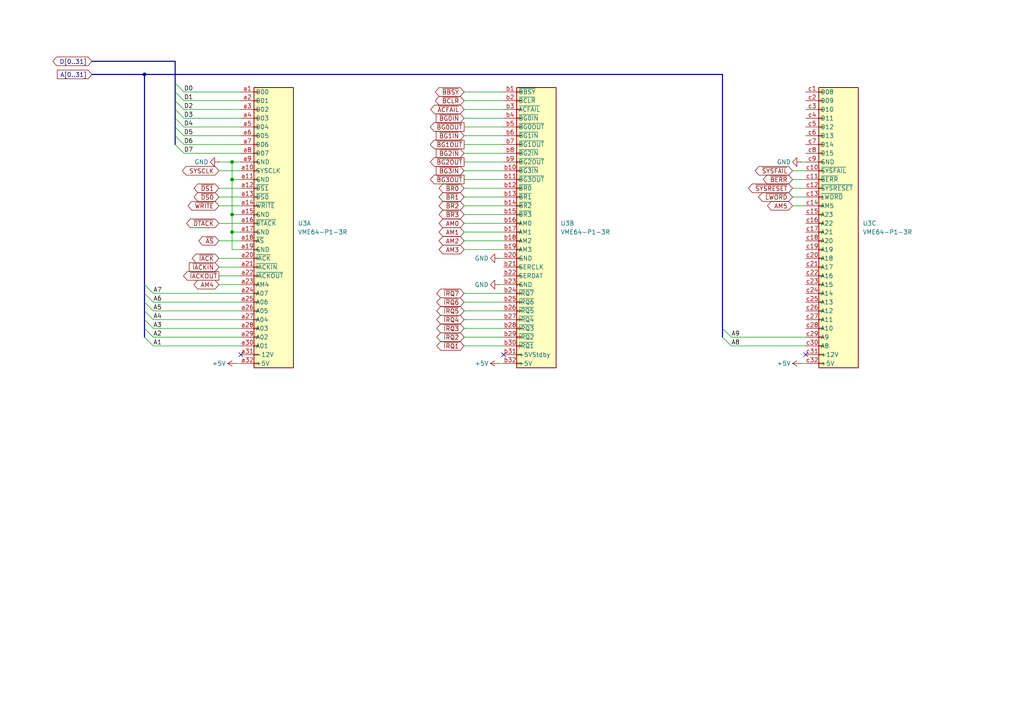
<source format=kicad_sch>
(kicad_sch (version 20231120) (generator "eeschema") (generator_version "8.0")
  (paper "A4")
  (title_block (title "VME SystemBoard") (rev "1"))
  (lib_symbols
    (symbol "Computie_Connectors:VME64-J1-3R"
      (property "Reference" "U" (at 0 40.64 0))
      (property "Value" "VME64-J1-3R" (at 0 40.64 0))
      (symbol "VME64-J1-3R_1_1"
        (rectangle (start -1.27 -40.513) (end 0 -40.767) (stroke (width 0.1524)))
        (rectangle (start -1.27 -37.973) (end 0 -38.227) (stroke (width 0.1524)))
        (rectangle (start -1.27 -35.433) (end 0 -35.687) (stroke (width 0.1524)))
        (rectangle (start -1.27 -32.893) (end 0 -33.147) (stroke (width 0.1524)))
        (rectangle (start -1.27 -30.353) (end 0 -30.607) (stroke (width 0.1524)))
        (rectangle (start -1.27 -27.813) (end 0 -28.067) (stroke (width 0.1524)))
        (rectangle (start -1.27 -25.273) (end 0 -25.527) (stroke (width 0.1524)))
        (rectangle (start -1.27 -22.733) (end 0 -22.987) (stroke (width 0.1524)))
        (rectangle (start -1.27 -20.193) (end 0 -20.447) (stroke (width 0.1524)))
        (rectangle (start -1.27 -17.653) (end 0 -17.907) (stroke (width 0.1524)))
        (rectangle (start -1.27 -15.113) (end 0 -15.367) (stroke (width 0.1524)))
        (rectangle (start -1.27 -12.573) (end 0 -12.827) (stroke (width 0.1524)))
        (rectangle (start -1.27 -10.033) (end 0 -10.287) (stroke (width 0.1524)))
        (rectangle (start -1.27 -7.493) (end 0 -7.747) (stroke (width 0.1524)))
        (rectangle (start -1.27 -4.953) (end 0 -5.207) (stroke (width 0.1524)))
        (rectangle (start -1.27 -2.413) (end 0 -2.667) (stroke (width 0.1524)))
        (rectangle (start -1.27 0.127) (end 0 -0.127) (stroke (width 0.1524)))
        (rectangle (start -1.27 2.667) (end 0 2.413) (stroke (width 0.1524)))
        (rectangle (start -1.27 5.207) (end 0 4.953) (stroke (width 0.1524)))
        (rectangle (start -1.27 7.747) (end 0 7.493) (stroke (width 0.1524)))
        (rectangle (start -1.27 10.287) (end 0 10.033) (stroke (width 0.1524)))
        (rectangle (start -1.27 12.827) (end 0 12.573) (stroke (width 0.1524)))
        (rectangle (start -1.27 15.367) (end 0 15.113) (stroke (width 0.1524)))
        (rectangle (start -1.27 17.907) (end 0 17.653) (stroke (width 0.1524)))
        (rectangle (start -1.27 20.447) (end 0 20.193) (stroke (width 0.1524)))
        (rectangle (start -1.27 22.987) (end 0 22.733) (stroke (width 0.1524)))
        (rectangle (start -1.27 25.527) (end 0 25.273) (stroke (width 0.1524)))
        (rectangle (start -1.27 28.067) (end 0 27.813) (stroke (width 0.1524)))
        (rectangle (start -1.27 30.607) (end 0 30.353) (stroke (width 0.1524)))
        (rectangle (start -1.27 33.147) (end 0 32.893) (stroke (width 0.1524)))
        (rectangle (start -1.27 35.687) (end 0 35.433) (stroke (width 0.1524)))
        (rectangle (start -1.27 38.227) (end 0 37.973) (stroke (width 0.1524)))
        (rectangle (start -1.27 39.37) (end 10.16 -41.91) (stroke (width 0.254)) (fill (type background)))
        (pin bidirectional line (at -5.08 38.1 0) (length 3.81) (name "D00") (number "a1"))
        (pin input line (at -5.08 15.24 0) (length 3.81) (name "SYSCLK") (number "a10"))
        (pin power_in line (at -5.08 12.7 0) (length 3.81) (name "GND") (number "a11"))
        (pin bidirectional line (at -5.08 10.16 0) (length 3.81) (name "~{DS1}") (number "a12"))
        (pin bidirectional line (at -5.08 7.62 0) (length 3.81) (name "~{DS0}") (number "a13"))
        (pin bidirectional line (at -5.08 5.08 0) (length 3.81) (name "~{WRITE}") (number "a14"))
        (pin power_in line (at -5.08 2.54 0) (length 3.81) (name "GND") (number "a15"))
        (pin bidirectional line (at -5.08 0 0) (length 3.81) (name "~{DTACK}") (number "a16"))
        (pin power_in line (at -5.08 -2.54 0) (length 3.81) (name "GND") (number "a17"))
        (pin bidirectional line (at -5.08 -5.08 0) (length 3.81) (name "~{AS}") (number "a18"))
        (pin power_in line (at -5.08 -7.62 0) (length 3.81) (name "GND") (number "a19"))
        (pin bidirectional line (at -5.08 35.56 0) (length 3.81) (name "D01") (number "a2"))
        (pin bidirectional line (at -5.08 -10.16 0) (length 3.81) (name "~{IACK}") (number "a20"))
        (pin output line (at -5.08 -12.7 0) (length 3.81) (name "~{IACKIN}") (number "a21"))
        (pin input line (at -5.08 -15.24 0) (length 3.81) (name "~{IACKOUT}") (number "a22"))
        (pin bidirectional line (at -5.08 -17.78 0) (length 3.81) (name "AM4") (number "a23"))
        (pin bidirectional line (at -5.08 -20.32 0) (length 3.81) (name "A07") (number "a24"))
        (pin bidirectional line (at -5.08 -22.86 0) (length 3.81) (name "A06") (number "a25"))
        (pin bidirectional line (at -5.08 -25.4 0) (length 3.81) (name "A05") (number "a26"))
        (pin bidirectional line (at -5.08 -27.94 0) (length 3.81) (name "A04") (number "a27"))
        (pin bidirectional line (at -5.08 -30.48 0) (length 3.81) (name "A03") (number "a28"))
        (pin bidirectional line (at -5.08 -33.02 0) (length 3.81) (name "A02") (number "a29"))
        (pin bidirectional line (at -5.08 33.02 0) (length 3.81) (name "D02") (number "a3"))
        (pin bidirectional line (at -5.08 -35.56 0) (length 3.81) (name "A01") (number "a30"))
        (pin power_in line (at -5.08 -38.1 0) (length 3.81) (name "-12V") (number "a31"))
        (pin power_in line (at -5.08 -40.64 0) (length 3.81) (name "+5V") (number "a32"))
        (pin bidirectional line (at -5.08 30.48 0) (length 3.81) (name "D03") (number "a4"))
        (pin bidirectional line (at -5.08 27.94 0) (length 3.81) (name "D04") (number "a5"))
        (pin bidirectional line (at -5.08 25.4 0) (length 3.81) (name "D05") (number "a6"))
        (pin bidirectional line (at -5.08 22.86 0) (length 3.81) (name "D06") (number "a7"))
        (pin bidirectional line (at -5.08 20.32 0) (length 3.81) (name "D07") (number "a8"))
        (pin power_in line (at -5.08 17.78 0) (length 3.81) (name "GND") (number "a9"))
      )
      (symbol "VME64-J1-3R_2_1"
        (rectangle (start -1.27 -40.513) (end 0 -40.767) (stroke (width 0.1524)))
        (rectangle (start -1.27 -37.973) (end 0 -38.227) (stroke (width 0.1524)))
        (rectangle (start -1.27 -35.433) (end 0 -35.687) (stroke (width 0.1524)))
        (rectangle (start -1.27 -32.893) (end 0 -33.147) (stroke (width 0.1524)))
        (rectangle (start -1.27 -30.353) (end 0 -30.607) (stroke (width 0.1524)))
        (rectangle (start -1.27 -27.813) (end 0 -28.067) (stroke (width 0.1524)))
        (rectangle (start -1.27 -25.273) (end 0 -25.527) (stroke (width 0.1524)))
        (rectangle (start -1.27 -22.733) (end 0 -22.987) (stroke (width 0.1524)))
        (rectangle (start -1.27 -20.193) (end 0 -20.447) (stroke (width 0.1524)))
        (rectangle (start -1.27 -17.653) (end 0 -17.907) (stroke (width 0.1524)))
        (rectangle (start -1.27 -15.113) (end 0 -15.367) (stroke (width 0.1524)))
        (rectangle (start -1.27 -12.573) (end 0 -12.827) (stroke (width 0.1524)))
        (rectangle (start -1.27 -10.033) (end 0 -10.287) (stroke (width 0.1524)))
        (rectangle (start -1.27 -7.493) (end 0 -7.747) (stroke (width 0.1524)))
        (rectangle (start -1.27 -4.953) (end 0 -5.207) (stroke (width 0.1524)))
        (rectangle (start -1.27 -2.413) (end 0 -2.667) (stroke (width 0.1524)))
        (rectangle (start -1.27 0.127) (end 0 -0.127) (stroke (width 0.1524)))
        (rectangle (start -1.27 2.667) (end 0 2.413) (stroke (width 0.1524)))
        (rectangle (start -1.27 5.207) (end 0 4.953) (stroke (width 0.1524)))
        (rectangle (start -1.27 7.747) (end 0 7.493) (stroke (width 0.1524)))
        (rectangle (start -1.27 10.287) (end 0 10.033) (stroke (width 0.1524)))
        (rectangle (start -1.27 12.827) (end 0 12.573) (stroke (width 0.1524)))
        (rectangle (start -1.27 15.367) (end 0 15.113) (stroke (width 0.1524)))
        (rectangle (start -1.27 17.907) (end 0 17.653) (stroke (width 0.1524)))
        (rectangle (start -1.27 20.447) (end 0 20.193) (stroke (width 0.1524)))
        (rectangle (start -1.27 22.987) (end 0 22.733) (stroke (width 0.1524)))
        (rectangle (start -1.27 25.527) (end 0 25.273) (stroke (width 0.1524)))
        (rectangle (start -1.27 28.067) (end 0 27.813) (stroke (width 0.1524)))
        (rectangle (start -1.27 30.607) (end 0 30.353) (stroke (width 0.1524)))
        (rectangle (start -1.27 33.147) (end 0 32.893) (stroke (width 0.1524)))
        (rectangle (start -1.27 35.687) (end 0 35.433) (stroke (width 0.1524)))
        (rectangle (start -1.27 38.227) (end 0 37.973) (stroke (width 0.1524)))
        (rectangle (start -1.27 39.37) (end 10.16 -41.91) (stroke (width 0.254)) (fill (type background)))
        (pin bidirectional line (at -5.08 38.1 0) (length 3.81) (name "~{BBSY}") (number "b1"))
        (pin output line (at -5.08 15.24 0) (length 3.81) (name "~{BG3IN}") (number "b10"))
        (pin input line (at -5.08 12.7 0) (length 3.81) (name "~{BG3OUT}") (number "b11"))
        (pin bidirectional line (at -5.08 10.16 0) (length 3.81) (name "~{BR0}") (number "b12"))
        (pin bidirectional line (at -5.08 7.62 0) (length 3.81) (name "~{BR1}") (number "b13"))
        (pin bidirectional line (at -5.08 5.08 0) (length 3.81) (name "~{BR2}") (number "b14"))
        (pin bidirectional line (at -5.08 2.54 0) (length 3.81) (name "~{BR3}") (number "b15"))
        (pin bidirectional line (at -5.08 0 0) (length 3.81) (name "AM0") (number "b16"))
        (pin bidirectional line (at -5.08 -2.54 0) (length 3.81) (name "AM1") (number "b17"))
        (pin bidirectional line (at -5.08 -5.08 0) (length 3.81) (name "AM2") (number "b18"))
        (pin bidirectional line (at -5.08 -7.62 0) (length 3.81) (name "AM3") (number "b19"))
        (pin bidirectional line (at -5.08 35.56 0) (length 3.81) (name "~{BCLR}") (number "b2"))
        (pin power_in line (at -5.08 -10.16 0) (length 3.81) (name "GND") (number "b20"))
        (pin bidirectional line (at -5.08 -12.7 0) (length 3.81) (name "SERCLK") (number "b21"))
        (pin bidirectional line (at -5.08 -15.24 0) (length 3.81) (name "SERDAT") (number "b22"))
        (pin power_in line (at -5.08 -17.78 0) (length 3.81) (name "GND") (number "b23"))
        (pin bidirectional line (at -5.08 -20.32 0) (length 3.81) (name "~{IRQ7}") (number "b24"))
        (pin bidirectional line (at -5.08 -22.86 0) (length 3.81) (name "~{IRQ6}") (number "b25"))
        (pin bidirectional line (at -5.08 -25.4 0) (length 3.81) (name "~{IRQ5}") (number "b26"))
        (pin bidirectional line (at -5.08 -27.94 0) (length 3.81) (name "~{IRQ4}") (number "b27"))
        (pin bidirectional line (at -5.08 -30.48 0) (length 3.81) (name "~{IRQ3}") (number "b28"))
        (pin bidirectional line (at -5.08 -33.02 0) (length 3.81) (name "~{IRQ2}") (number "b29"))
        (pin input line (at -5.08 33.02 0) (length 3.81) (name "~{ACFAIL}") (number "b3"))
        (pin bidirectional line (at -5.08 -35.56 0) (length 3.81) (name "~{IRQ1}") (number "b30"))
        (pin power_in line (at -5.08 -38.1 0) (length 3.81) (name "+5VStdby") (number "b31"))
        (pin power_in line (at -5.08 -40.64 0) (length 3.81) (name "+5V") (number "b32"))
        (pin output line (at -5.08 30.48 0) (length 3.81) (name "~{BG0IN}") (number "b4"))
        (pin input line (at -5.08 27.94 0) (length 3.81) (name "~{BG0OUT}") (number "b5"))
        (pin output line (at -5.08 25.4 0) (length 3.81) (name "~{BG1IN}") (number "b6"))
        (pin input line (at -5.08 22.86 0) (length 3.81) (name "~{BG1OUT}") (number "b7"))
        (pin output line (at -5.08 20.32 0) (length 3.81) (name "~{BG2IN}") (number "b8"))
        (pin input line (at -5.08 17.78 0) (length 3.81) (name "~{BG2OUT}") (number "b9"))
      )
      (symbol "VME64-J1-3R_3_1"
        (rectangle (start -1.27 -40.513) (end 0 -40.767) (stroke (width 0.1524)))
        (rectangle (start -1.27 -37.973) (end 0 -38.227) (stroke (width 0.1524)))
        (rectangle (start -1.27 -35.433) (end 0 -35.687) (stroke (width 0.1524)))
        (rectangle (start -1.27 -32.893) (end 0 -33.147) (stroke (width 0.1524)))
        (rectangle (start -1.27 -30.353) (end 0 -30.607) (stroke (width 0.1524)))
        (rectangle (start -1.27 -27.813) (end 0 -28.067) (stroke (width 0.1524)))
        (rectangle (start -1.27 -25.273) (end 0 -25.527) (stroke (width 0.1524)))
        (rectangle (start -1.27 -22.733) (end 0 -22.987) (stroke (width 0.1524)))
        (rectangle (start -1.27 -20.193) (end 0 -20.447) (stroke (width 0.1524)))
        (rectangle (start -1.27 -17.653) (end 0 -17.907) (stroke (width 0.1524)))
        (rectangle (start -1.27 -15.113) (end 0 -15.367) (stroke (width 0.1524)))
        (rectangle (start -1.27 -12.573) (end 0 -12.827) (stroke (width 0.1524)))
        (rectangle (start -1.27 -10.033) (end 0 -10.287) (stroke (width 0.1524)))
        (rectangle (start -1.27 -7.493) (end 0 -7.747) (stroke (width 0.1524)))
        (rectangle (start -1.27 -4.953) (end 0 -5.207) (stroke (width 0.1524)))
        (rectangle (start -1.27 -2.413) (end 0 -2.667) (stroke (width 0.1524)))
        (rectangle (start -1.27 0.127) (end 0 -0.127) (stroke (width 0.1524)))
        (rectangle (start -1.27 2.667) (end 0 2.413) (stroke (width 0.1524)))
        (rectangle (start -1.27 5.207) (end 0 4.953) (stroke (width 0.1524)))
        (rectangle (start -1.27 7.747) (end 0 7.493) (stroke (width 0.1524)))
        (rectangle (start -1.27 10.287) (end 0 10.033) (stroke (width 0.1524)))
        (rectangle (start -1.27 12.827) (end 0 12.573) (stroke (width 0.1524)))
        (rectangle (start -1.27 15.367) (end 0 15.113) (stroke (width 0.1524)))
        (rectangle (start -1.27 17.907) (end 0 17.653) (stroke (width 0.1524)))
        (rectangle (start -1.27 20.447) (end 0 20.193) (stroke (width 0.1524)))
        (rectangle (start -1.27 22.987) (end 0 22.733) (stroke (width 0.1524)))
        (rectangle (start -1.27 25.527) (end 0 25.273) (stroke (width 0.1524)))
        (rectangle (start -1.27 28.067) (end 0 27.813) (stroke (width 0.1524)))
        (rectangle (start -1.27 30.607) (end 0 30.353) (stroke (width 0.1524)))
        (rectangle (start -1.27 33.147) (end 0 32.893) (stroke (width 0.1524)))
        (rectangle (start -1.27 35.687) (end 0 35.433) (stroke (width 0.1524)))
        (rectangle (start -1.27 38.227) (end 0 37.973) (stroke (width 0.1524)))
        (rectangle (start -1.27 39.37) (end 10.16 -41.91) (stroke (width 0.254)) (fill (type background)))
        (pin bidirectional line (at -5.08 38.1 0) (length 3.81) (name "D08") (number "c1"))
        (pin bidirectional line (at -5.08 15.24 0) (length 3.81) (name "~{SYSFAIL}") (number "c10"))
        (pin bidirectional line (at -5.08 12.7 0) (length 3.81) (name "~{BERR}") (number "c11"))
        (pin bidirectional line (at -5.08 10.16 0) (length 3.81) (name "~{SYSRESET}") (number "c12"))
        (pin bidirectional line (at -5.08 7.62 0) (length 3.81) (name "~{LWORD}") (number "c13"))
        (pin bidirectional line (at -5.08 5.08 0) (length 3.81) (name "AM5") (number "c14"))
        (pin bidirectional line (at -5.08 2.54 0) (length 3.81) (name "A23") (number "c15"))
        (pin bidirectional line (at -5.08 0 0) (length 3.81) (name "A22") (number "c16"))
        (pin bidirectional line (at -5.08 -2.54 0) (length 3.81) (name "A21") (number "c17"))
        (pin bidirectional line (at -5.08 -5.08 0) (length 3.81) (name "A20") (number "c18"))
        (pin bidirectional line (at -5.08 -7.62 0) (length 3.81) (name "A19") (number "c19"))
        (pin bidirectional line (at -5.08 35.56 0) (length 3.81) (name "D09") (number "c2"))
        (pin bidirectional line (at -5.08 -10.16 0) (length 3.81) (name "A18") (number "c20"))
        (pin bidirectional line (at -5.08 -12.7 0) (length 3.81) (name "A17") (number "c21"))
        (pin bidirectional line (at -5.08 -15.24 0) (length 3.81) (name "A16") (number "c22"))
        (pin bidirectional line (at -5.08 -17.78 0) (length 3.81) (name "A15") (number "c23"))
        (pin bidirectional line (at -5.08 -20.32 0) (length 3.81) (name "A14") (number "c24"))
        (pin bidirectional line (at -5.08 -22.86 0) (length 3.81) (name "A13") (number "c25"))
        (pin bidirectional line (at -5.08 -25.4 0) (length 3.81) (name "A12") (number "c26"))
        (pin bidirectional line (at -5.08 -27.94 0) (length 3.81) (name "A11") (number "c27"))
        (pin bidirectional line (at -5.08 -30.48 0) (length 3.81) (name "A10") (number "c28"))
        (pin bidirectional line (at -5.08 -33.02 0) (length 3.81) (name "A9") (number "c29"))
        (pin bidirectional line (at -5.08 33.02 0) (length 3.81) (name "D10") (number "c3"))
        (pin bidirectional line (at -5.08 -35.56 0) (length 3.81) (name "A8") (number "c30"))
        (pin power_in line (at -5.08 -38.1 0) (length 3.81) (name "+12V") (number "c31"))
        (pin power_in line (at -5.08 -40.64 0) (length 3.81) (name "+5V") (number "c32"))
        (pin bidirectional line (at -5.08 30.48 0) (length 3.81) (name "D11") (number "c4"))
        (pin bidirectional line (at -5.08 27.94 0) (length 3.81) (name "D12") (number "c5"))
        (pin bidirectional line (at -5.08 25.4 0) (length 3.81) (name "D13") (number "c6"))
        (pin bidirectional line (at -5.08 22.86 0) (length 3.81) (name "D14") (number "c7"))
        (pin bidirectional line (at -5.08 20.32 0) (length 3.81) (name "D15") (number "c8"))
        (pin power_in line (at -5.08 17.78 0) (length 3.81) (name "GND") (number "c9"))
      )
    )
    (symbol "power:+5V" (power) (pin_names (offset 0))
      (property "Value" "+5V" (at 0 3.556 0))
      (symbol "+5V_0_1"
        (polyline (pts (xy -0.762 1.27) (xy 0 2.54)))
        (polyline (pts (xy 0 0) (xy 0 2.54)))
        (polyline (pts (xy 0 2.54) (xy 0.762 1.27)))
      )
      (symbol "+5V_1_1"
        (pin power_in line (at 0 0 90) (length 0) hide (name "+5V") (number "1"))
      )
    )
    (symbol "power:GND" (power) (pin_numbers hide) (pin_names (offset 0) hide)
      (property "Value" "GND" (at 0 -3.81 0))
      (symbol "GND_0_1"
        (polyline (pts (xy 0 0) (xy 0 -1.27) (xy 1.27 -1.27) (xy 0 -2.54) (xy -1.27 -1.27) (xy 0 -1.27)))
      )
      (symbol "GND_1_1"
        (pin power_in line (at 0 0 270) (length 0) (name "~") (number "1"))
      )
    )
  )
  (junction (at 41.91 21.59))
  (junction (at 67.31 62.23))
  (junction (at 67.31 46.99))
  (junction (at 67.31 67.31))
  (junction (at 67.31 52.07))
  (no_connect (at 69.85 102.87))
  (no_connect (at 233.68 102.87))
  (no_connect (at 146.05 102.87))
  (bus_entry (at 212.09 97.79) (size -2.54 -2.54))
  (bus_entry (at 44.45 87.63) (size -2.54 -2.54))
  (bus_entry (at 53.34 44.45) (size -2.54 -2.54))
  (bus_entry (at 44.45 100.33) (size -2.54 -2.54))
  (bus_entry (at 44.45 97.79) (size -2.54 -2.54))
  (bus_entry (at 212.09 100.33) (size -2.54 -2.54))
  (bus_entry (at 44.45 90.17) (size -2.54 -2.54))
  (bus_entry (at 53.34 26.67) (size -2.54 -2.54))
  (bus_entry (at 53.34 31.75) (size -2.54 -2.54))
  (bus_entry (at 53.34 41.91) (size -2.54 -2.54))
  (bus_entry (at 53.34 34.29) (size -2.54 -2.54))
  (bus_entry (at 53.34 36.83) (size -2.54 -2.54))
  (bus_entry (at 44.45 95.25) (size -2.54 -2.54))
  (bus_entry (at 53.34 29.21) (size -2.54 -2.54))
  (bus_entry (at 53.34 39.37) (size -2.54 -2.54))
  (bus_entry (at 44.45 85.09) (size -2.54 -2.54))
  (bus_entry (at 44.45 92.71) (size -2.54 -2.54))
  (bus (pts (xy 50.8 17.78) (xy 50.8 24.13)))
  (wire (pts (xy 134.62 62.23) (xy 146.05 62.23)))
  (wire (pts (xy 44.45 87.63) (xy 69.85 87.63)))
  (wire (pts (xy 134.62 39.37) (xy 146.05 39.37)))
  (wire (pts (xy 134.62 26.67) (xy 146.05 26.67)))
  (wire (pts (xy 53.34 34.29) (xy 69.85 34.29)))
  (wire (pts (xy 67.31 46.99) (xy 67.31 52.07)))
  (wire (pts (xy 44.45 92.71) (xy 69.85 92.71)))
  (wire (pts (xy 44.45 97.79) (xy 69.85 97.79)))
  (wire (pts (xy 63.5 54.61) (xy 69.85 54.61)))
  (wire (pts (xy 134.62 41.91) (xy 146.05 41.91)))
  (wire (pts (xy 212.09 100.33) (xy 233.68 100.33)))
  (bus (pts (xy 26.67 21.59) (xy 41.91 21.59)))
  (wire (pts (xy 68.58 105.41) (xy 69.85 105.41)))
  (bus (pts (xy 50.8 36.83) (xy 50.8 39.37)))
  (wire (pts (xy 134.62 34.29) (xy 146.05 34.29)))
  (wire (pts (xy 53.34 26.67) (xy 69.85 26.67)))
  (bus (pts (xy 41.91 85.09) (xy 41.91 87.63)))
  (wire (pts (xy 229.87 52.07) (xy 233.68 52.07)))
  (bus (pts (xy 26.67 17.78) (xy 50.8 17.78)))
  (wire (pts (xy 134.62 67.31) (xy 146.05 67.31)))
  (wire (pts (xy 134.62 57.15) (xy 146.05 57.15)))
  (wire (pts (xy 67.31 62.23) (xy 69.85 62.23)))
  (wire (pts (xy 229.87 57.15) (xy 233.68 57.15)))
  (wire (pts (xy 134.62 69.85) (xy 146.05 69.85)))
  (wire (pts (xy 67.31 52.07) (xy 67.31 62.23)))
  (wire (pts (xy 134.62 31.75) (xy 146.05 31.75)))
  (wire (pts (xy 67.31 72.39) (xy 69.85 72.39)))
  (bus (pts (xy 209.55 21.59) (xy 209.55 95.25)))
  (wire (pts (xy 63.5 80.01) (xy 69.85 80.01)))
  (wire (pts (xy 134.62 95.25) (xy 146.05 95.25)))
  (wire (pts (xy 63.5 64.77) (xy 69.85 64.77)))
  (wire (pts (xy 144.78 74.93) (xy 146.05 74.93)))
  (wire (pts (xy 134.62 100.33) (xy 146.05 100.33)))
  (wire (pts (xy 53.34 39.37) (xy 69.85 39.37)))
  (wire (pts (xy 144.78 105.41) (xy 146.05 105.41)))
  (wire (pts (xy 134.62 29.21) (xy 146.05 29.21)))
  (bus (pts (xy 41.91 21.59) (xy 209.55 21.59)))
  (bus (pts (xy 50.8 31.75) (xy 50.8 34.29)))
  (wire (pts (xy 134.62 92.71) (xy 146.05 92.71)))
  (wire (pts (xy 134.62 64.77) (xy 146.05 64.77)))
  (wire (pts (xy 134.62 85.09) (xy 146.05 85.09)))
  (wire (pts (xy 67.31 62.23) (xy 67.31 67.31)))
  (bus (pts (xy 50.8 39.37) (xy 50.8 41.91)))
  (wire (pts (xy 232.41 105.41) (xy 233.68 105.41)))
  (bus (pts (xy 50.8 24.13) (xy 50.8 26.67)))
  (wire (pts (xy 53.34 36.83) (xy 69.85 36.83)))
  (wire (pts (xy 63.5 69.85) (xy 69.85 69.85)))
  (wire (pts (xy 134.62 54.61) (xy 146.05 54.61)))
  (wire (pts (xy 134.62 97.79) (xy 146.05 97.79)))
  (wire (pts (xy 44.45 95.25) (xy 69.85 95.25)))
  (wire (pts (xy 134.62 46.99) (xy 146.05 46.99)))
  (wire (pts (xy 134.62 90.17) (xy 146.05 90.17)))
  (wire (pts (xy 53.34 41.91) (xy 69.85 41.91)))
  (wire (pts (xy 63.5 49.53) (xy 69.85 49.53)))
  (wire (pts (xy 53.34 29.21) (xy 69.85 29.21)))
  (bus (pts (xy 50.8 29.21) (xy 50.8 31.75)))
  (wire (pts (xy 144.78 82.55) (xy 146.05 82.55)))
  (wire (pts (xy 212.09 97.79) (xy 233.68 97.79)))
  (wire (pts (xy 69.85 67.31) (xy 67.31 67.31)))
  (wire (pts (xy 63.5 74.93) (xy 69.85 74.93)))
  (wire (pts (xy 63.5 82.55) (xy 69.85 82.55)))
  (wire (pts (xy 63.5 77.47) (xy 69.85 77.47)))
  (wire (pts (xy 134.62 72.39) (xy 146.05 72.39)))
  (wire (pts (xy 63.5 59.69) (xy 69.85 59.69)))
  (bus (pts (xy 41.91 95.25) (xy 41.91 92.71)))
  (wire (pts (xy 134.62 52.07) (xy 146.05 52.07)))
  (wire (pts (xy 67.31 46.99) (xy 69.85 46.99)))
  (bus (pts (xy 41.91 97.79) (xy 41.91 95.25)))
  (wire (pts (xy 134.62 49.53) (xy 146.05 49.53)))
  (wire (pts (xy 44.45 90.17) (xy 69.85 90.17)))
  (wire (pts (xy 69.85 52.07) (xy 67.31 52.07)))
  (bus (pts (xy 209.55 95.25) (xy 209.55 97.79)))
  (wire (pts (xy 134.62 59.69) (xy 146.05 59.69)))
  (wire (pts (xy 229.87 49.53) (xy 233.68 49.53)))
  (wire (pts (xy 44.45 100.33) (xy 69.85 100.33)))
  (bus (pts (xy 41.91 21.59) (xy 41.91 82.55)))
  (wire (pts (xy 134.62 87.63) (xy 146.05 87.63)))
  (bus (pts (xy 50.8 34.29) (xy 50.8 36.83)))
  (wire (pts (xy 67.31 67.31) (xy 67.31 72.39)))
  (wire (pts (xy 44.45 85.09) (xy 69.85 85.09)))
  (wire (pts (xy 63.5 46.99) (xy 67.31 46.99)))
  (wire (pts (xy 233.68 46.99) (xy 232.41 46.99)))
  (wire (pts (xy 53.34 44.45) (xy 69.85 44.45)))
  (wire (pts (xy 134.62 36.83) (xy 146.05 36.83)))
  (bus (pts (xy 41.91 82.55) (xy 41.91 85.09)))
  (bus (pts (xy 41.91 92.71) (xy 41.91 90.17)))
  (wire (pts (xy 63.5 57.15) (xy 69.85 57.15)))
  (wire (pts (xy 134.62 44.45) (xy 146.05 44.45)))
  (bus (pts (xy 50.8 26.67) (xy 50.8 29.21)))
  (wire (pts (xy 53.34 31.75) (xy 69.85 31.75)))
  (wire (pts (xy 229.87 54.61) (xy 233.68 54.61)))
  (wire (pts (xy 229.87 59.69) (xy 233.68 59.69)))
  (bus (pts (xy 41.91 90.17) (xy 41.91 87.63)))
  (label "D2" (at 53.34 31.75 0))
  (label "A7" (at 44.45 85.09 0))
  (label "D3" (at 53.34 34.29 0))
  (label "D4" (at 53.34 36.83 0))
  (label "D1" (at 53.34 29.21 0))
  (label "A9" (at 212.09 97.79 0))
  (label "A5" (at 44.45 90.17 0))
  (label "D0" (at 53.34 26.67 0))
  (label "A8" (at 212.09 100.33 0))
  (label "A2" (at 44.45 97.79 0))
  (label "D7" (at 53.34 44.45 0))
  (label "A6" (at 44.45 87.63 0))
  (label "A1" (at 44.45 100.33 0))
  (label "D5" (at 53.34 39.37 0))
  (label "A4" (at 44.45 92.71 0))
  (label "A3" (at 44.45 95.25 0))
  (label "D6" (at 53.34 41.91 0))
  (global_label "~{BG0IN}" (shape input) (at 134.62 34.29 180) (property "Intersheetrefs" "${INTERSHEET_REFS}" (effects (hide yes))))
  (global_label "~{AS}" (shape bidirectional) (at 63.5 69.85 180) (property "Intersheetrefs" "${INTERSHEET_REFS}" (effects (hide yes))))
  (global_label "~{IRQ2}" (shape bidirectional) (at 134.62 97.79 180) (property "Intersheetrefs" "${INTERSHEET_REFS}" (effects (hide yes))))
  (global_label "~{DS1}" (shape bidirectional) (at 63.5 54.61 180) (property "Intersheetrefs" "${INTERSHEET_REFS}" (effects (hide yes))))
  (global_label "~{BR3}" (shape bidirectional) (at 134.62 62.23 180) (property "Intersheetrefs" "${INTERSHEET_REFS}" (effects (hide yes))))
  (global_label "~{IACKIN}" (shape input) (at 63.5 77.47 180) (property "Intersheetrefs" "${INTERSHEET_REFS}" (effects (hide yes))))
  (global_label "~{IRQ5}" (shape bidirectional) (at 134.62 90.17 180) (property "Intersheetrefs" "${INTERSHEET_REFS}" (effects (hide yes))))
  (global_label "~{IACKOUT}" (shape output) (at 63.5 80.01 180) (property "Intersheetrefs" "${INTERSHEET_REFS}" (effects (hide yes))))
  (global_label "~{BBSY}" (shape bidirectional) (at 134.62 26.67 180) (property "Intersheetrefs" "${INTERSHEET_REFS}" (effects (hide yes))))
  (global_label "A[0..31]" (shape input) (at 26.67 21.59 180) (property "Intersheetrefs" "${INTERSHEET_REFS}" (effects (hide yes))))
  (global_label "~{BG2OUT}" (shape output) (at 134.62 46.99 180) (property "Intersheetrefs" "${INTERSHEET_REFS}" (effects (hide yes))))
  (global_label "AM3" (shape bidirectional) (at 134.62 72.39 180) (property "Intersheetrefs" "${INTERSHEET_REFS}" (effects (hide yes))))
  (global_label "AM0" (shape bidirectional) (at 134.62 64.77 180) (property "Intersheetrefs" "${INTERSHEET_REFS}" (effects (hide yes))))
  (global_label "~{IRQ3}" (shape bidirectional) (at 134.62 95.25 180) (property "Intersheetrefs" "${INTERSHEET_REFS}" (effects (hide yes))))
  (global_label "~{BR1}" (shape bidirectional) (at 134.62 57.15 180) (property "Intersheetrefs" "${INTERSHEET_REFS}" (effects (hide yes))))
  (global_label "~{BERR}" (shape bidirectional) (at 229.87 52.07 180) (property "Intersheetrefs" "${INTERSHEET_REFS}" (effects (hide yes))))
  (global_label "AM5" (shape bidirectional) (at 229.87 59.69 180) (property "Intersheetrefs" "${INTERSHEET_REFS}" (effects (hide yes))))
  (global_label "~{BG0OUT}" (shape output) (at 134.62 36.83 180) (property "Intersheetrefs" "${INTERSHEET_REFS}" (effects (hide yes))))
  (global_label "~{BR0}" (shape bidirectional) (at 134.62 54.61 180) (property "Intersheetrefs" "${INTERSHEET_REFS}" (effects (hide yes))))
  (global_label "~{WRITE}" (shape bidirectional) (at 63.5 59.69 180) (property "Intersheetrefs" "${INTERSHEET_REFS}" (effects (hide yes))))
  (global_label "~{BG3OUT}" (shape output) (at 134.62 52.07 180) (property "Intersheetrefs" "${INTERSHEET_REFS}" (effects (hide yes))))
  (global_label "~{DS0}" (shape bidirectional) (at 63.5 57.15 180) (property "Intersheetrefs" "${INTERSHEET_REFS}" (effects (hide yes))))
  (global_label "~{IRQ6}" (shape bidirectional) (at 134.62 87.63 180) (property "Intersheetrefs" "${INTERSHEET_REFS}" (effects (hide yes))))
  (global_label "~{BG1OUT}" (shape output) (at 134.62 41.91 180) (property "Intersheetrefs" "${INTERSHEET_REFS}" (effects (hide yes))))
  (global_label "D[0..31]" (shape bidirectional) (at 26.67 17.78 180) (property "Intersheetrefs" "${INTERSHEET_REFS}" (effects (hide yes))))
  (global_label "~{IRQ7}" (shape bidirectional) (at 134.62 85.09 180) (property "Intersheetrefs" "${INTERSHEET_REFS}" (effects (hide yes))))
  (global_label "AM2" (shape bidirectional) (at 134.62 69.85 180) (property "Intersheetrefs" "${INTERSHEET_REFS}" (effects (hide yes))))
  (global_label "~{SYSRESET}" (shape bidirectional) (at 229.87 54.61 180) (property "Intersheetrefs" "${INTERSHEET_REFS}" (effects (hide yes))))
  (global_label "~{IRQ1}" (shape bidirectional) (at 134.62 100.33 180) (property "Intersheetrefs" "${INTERSHEET_REFS}" (effects (hide yes))))
  (global_label "AM4" (shape bidirectional) (at 63.5 82.55 180) (property "Intersheetrefs" "${INTERSHEET_REFS}" (effects (hide yes))))
  (global_label "~{BG2IN}" (shape input) (at 134.62 44.45 180) (property "Intersheetrefs" "${INTERSHEET_REFS}" (effects (hide yes))))
  (global_label "~{DTACK}" (shape bidirectional) (at 63.5 64.77 180) (property "Intersheetrefs" "${INTERSHEET_REFS}" (effects (hide yes))))
  (global_label "~{SYSFAIL}" (shape bidirectional) (at 229.87 49.53 180) (property "Intersheetrefs" "${INTERSHEET_REFS}" (effects (hide yes))))
  (global_label "~{ACFAIL}" (shape bidirectional) (at 134.62 31.75 180) (property "Intersheetrefs" "${INTERSHEET_REFS}" (effects (hide yes))))
  (global_label "~{BCLR}" (shape bidirectional) (at 134.62 29.21 180) (property "Intersheetrefs" "${INTERSHEET_REFS}" (effects (hide yes))))
  (global_label "~{BG3IN}" (shape input) (at 134.62 49.53 180) (property "Intersheetrefs" "${INTERSHEET_REFS}" (effects (hide yes))))
  (global_label "~{BR2}" (shape bidirectional) (at 134.62 59.69 180) (property "Intersheetrefs" "${INTERSHEET_REFS}" (effects (hide yes))))
  (global_label "SYSCLK" (shape bidirectional) (at 63.5 49.53 180) (property "Intersheetrefs" "${INTERSHEET_REFS}" (effects (hide yes))))
  (global_label "~{BG1IN}" (shape input) (at 134.62 39.37 180) (property "Intersheetrefs" "${INTERSHEET_REFS}" (effects (hide yes))))
  (global_label "~{IRQ4}" (shape bidirectional) (at 134.62 92.71 180) (property "Intersheetrefs" "${INTERSHEET_REFS}" (effects (hide yes))))
  (global_label "~{IACK}" (shape bidirectional) (at 63.5 74.93 180) (property "Intersheetrefs" "${INTERSHEET_REFS}" (effects (hide yes))))
  (global_label "AM1" (shape bidirectional) (at 134.62 67.31 180) (property "Intersheetrefs" "${INTERSHEET_REFS}" (effects (hide yes))))
  (global_label "~{LWORD}" (shape bidirectional) (at 229.87 57.15 180) (property "Intersheetrefs" "${INTERSHEET_REFS}" (effects (hide yes))))
  (symbol (lib_id "power:GND") (at 144.78 74.93 270) (unit 1)
    (property "Reference" "#PWR020" (effects (hide yes)))
    (property "Value" "GND" (at 139.7 74.93 90))
    (property "Description" "Power symbol creates a global label with name \"GND\" , ground" (effects (hide yes)))
  )
  (symbol (lib_id "Computie_Connectors:VME64-J1-3R") (at 238.76 64.77 0) (unit 3)
    (property "Reference" "U3" (at 250.19 64.7699 0) (effects (justify left)))
    (property "Value" "VME64-P1-3R" (at 250.19 67.3099 0) (effects (justify left)))
    (property "Footprint" "Connector_DIN:DIN41612_C_3x32_Male_Horizontal_THT" (effects (hide yes)))
    (property "Description" "VME64 J1 (Backplane-side Socket), 3 Row DIN41612 Connector" (effects (hide yes)))
  )
  (symbol (lib_id "power:+5V") (at 144.78 105.41 90) (unit 1)
    (property "Reference" "#PWR022" (effects (hide yes)))
    (property "Value" "+5V" (at 139.7 105.41 90))
  )
  (symbol (lib_id "power:GND") (at 63.5 46.99 270) (unit 1)
    (property "Reference" "#PWR018" (effects (hide yes)))
    (property "Value" "GND" (at 58.42 46.99 90))
    (property "Description" "Power symbol creates a global label with name \"GND\" , ground" (effects (hide yes)))
  )
  (symbol (lib_id "power:+5V") (at 232.41 105.41 90) (unit 1)
    (property "Reference" "#PWR024" (effects (hide yes)))
    (property "Value" "+5V" (at 227.33 105.41 90))
  )
  (symbol (lib_id "power:+5V") (at 68.58 105.41 90) (unit 1)
    (property "Reference" "#PWR019" (effects (hide yes)))
    (property "Value" "+5V" (at 63.5 105.41 90))
  )
  (symbol (lib_id "power:GND") (at 232.41 46.99 270) (unit 1)
    (property "Reference" "#PWR023" (effects (hide yes)))
    (property "Value" "GND" (at 227.33 46.99 90))
    (property "Description" "Power symbol creates a global label with name \"GND\" , ground" (effects (hide yes)))
  )
  (symbol (lib_id "power:GND") (at 144.78 82.55 270) (unit 1)
    (property "Reference" "#PWR021" (effects (hide yes)))
    (property "Value" "GND" (at 139.7 82.55 90))
    (property "Description" "Power symbol creates a global label with name \"GND\" , ground" (effects (hide yes)))
  )
  (symbol (lib_id "Computie_Connectors:VME64-J1-3R") (at 151.13 64.77 0) (unit 2)
    (property "Reference" "U3" (at 162.56 64.7699 0) (effects (justify left)))
    (property "Value" "VME64-P1-3R" (at 162.56 67.3099 0) (effects (justify left)))
    (property "Footprint" "Connector_DIN:DIN41612_C_3x32_Male_Horizontal_THT" (effects (hide yes)))
    (property "Description" "VME64 J1 (Backplane-side Socket), 3 Row DIN41612 Connector" (effects (hide yes)))
  )
  (symbol (lib_id "Computie_Connectors:VME64-J1-3R") (at 74.93 64.77 0) (unit 1)
    (property "Reference" "U3" (at 86.36 64.7699 0) (effects (justify left)))
    (property "Value" "VME64-P1-3R" (at 86.36 67.3099 0) (effects (justify left)))
    (property "Footprint" "Connector_DIN:DIN41612_C_3x32_Male_Horizontal_THT" (effects (hide yes)))
    (property "Description" "VME64 J1 (Backplane-side Socket), 3 Row DIN41612 Connector" (effects (hide yes)))
  )
)
</source>
